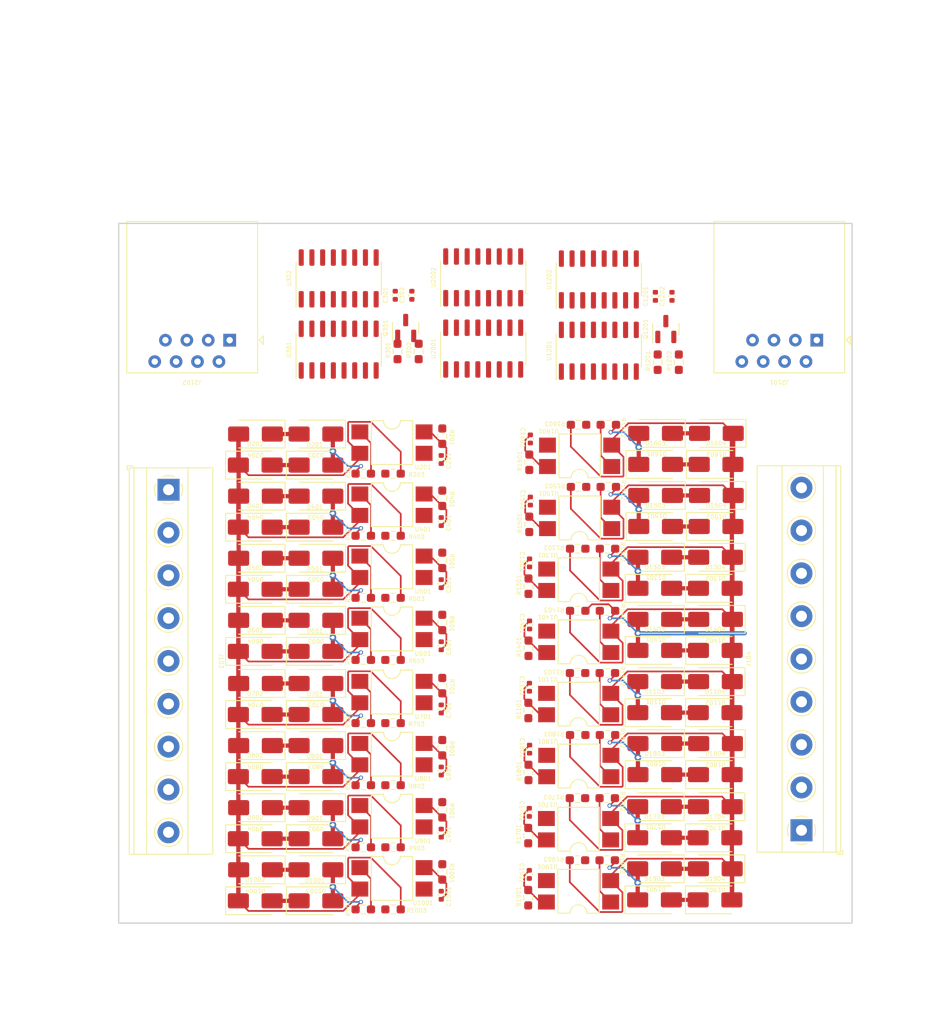
<source format=kicad_pcb>
(kicad_pcb (version 20221018) (generator pcbnew)
  (layers (0 "F.Cu" signal) (31 "B.Cu" signal) (34 "B.Paste" user) (35 "F.Paste" user) (36 "B.SilkS" user "B.Silkscreen") (37 "F.SilkS" user "F.Silkscreen") (38 "B.Mask" user) (39 "F.Mask" user) (44 "Edge.Cuts" user))
  (net 0 "")
  (net 1 "/CS1/CMOS")
  (net 2 "GND")
  (net 3 "VCC")
  (net 4 "/CS2/CMOS")
  (net 5 "/CS3/CMOS")
  (net 6 "/CS4/CMOS")
  (net 7 "/CS5/CMOS")
  (net 8 "/CS6/CMOS")
  (net 9 "/CS7/CMOS")
  (net 10 "/CS8/CMOS")
  (net 11 "/CS12/CMOS")
  (net 12 "/CS14/CMOS")
  (net 13 "/CS13/CMOS")
  (net 14 "/CS15/CMOS")
  (net 15 "/CS16/CMOS")
  (net 16 "/CS10/CMOS")
  (net 17 "/CS11/CMOS")
  (net 18 "/CS9/CMOS")
  (net 19 "Net-(D201-K)")
  (net 20 "/CS1/TRACK")
  (net 21 "COM")
  (net 22 "Net-(D203-A)")
  (net 23 "Net-(D401-K)")
  (net 24 "/CS2/TRACK")
  (net 25 "Net-(D403-A)")
  (net 26 "Net-(D501-K)")
  (net 27 "/CS3/TRACK")
  (net 28 "Net-(D503-A)")
  (net 29 "Net-(D601-K)")
  (net 30 "/CS4/TRACK")
  (net 31 "Net-(D603-A)")
  (net 32 "Net-(D701-K)")
  (net 33 "/CS5/TRACK")
  (net 34 "Net-(D703-A)")
  (net 35 "Net-(D801-K)")
  (net 36 "/CS6/TRACK")
  (net 37 "Net-(D803-A)")
  (net 38 "Net-(D901-K)")
  (net 39 "/CS7/TRACK")
  (net 40 "Net-(D903-A)")
  (net 41 "Net-(D1001-K)")
  (net 42 "/CS8/TRACK")
  (net 43 "Net-(D1003-A)")
  (net 44 "Net-(D1101-K)")
  (net 45 "/CS12/TRACK")
  (net 46 "Net-(D1103-A)")
  (net 47 "Net-(D1301-K)")
  (net 48 "/CS14/TRACK")
  (net 49 "Net-(D1303-A)")
  (net 50 "Net-(D1401-K)")
  (net 51 "/CS13/TRACK")
  (net 52 "Net-(D1403-A)")
  (net 53 "Net-(D1501-K)")
  (net 54 "/CS15/TRACK")
  (net 55 "Net-(D1503-A)")
  (net 56 "Net-(D1601-K)")
  (net 57 "/CS16/TRACK")
  (net 58 "Net-(D1603-A)")
  (net 59 "Net-(D1701-K)")
  (net 60 "/CS10/TRACK")
  (net 61 "Net-(D1703-A)")
  (net 62 "Net-(D1801-K)")
  (net 63 "/CS11/TRACK")
  (net 64 "Net-(D1803-A)")
  (net 65 "Net-(D1901-K)")
  (net 66 "/CS9/TRACK")
  (net 67 "Net-(D1903-A)")
  (net 68 "Net-(R202-Pad2)")
  (net 69 "Net-(R402-Pad2)")
  (net 70 "Net-(R502-Pad2)")
  (net 71 "Net-(R602-Pad2)")
  (net 72 "Net-(R702-Pad2)")
  (net 73 "Net-(R802-Pad2)")
  (net 74 "Net-(R902-Pad2)")
  (net 75 "Net-(R1002-Pad2)")
  (net 76 "Net-(R1102-Pad2)")
  (net 77 "Net-(R1302-Pad2)")
  (net 78 "Net-(R1402-Pad2)")
  (net 79 "Net-(R1502-Pad2)")
  (net 80 "Net-(R1602-Pad2)")
  (net 81 "Net-(R1702-Pad2)")
  (net 82 "Net-(R1802-Pad2)")
  (net 83 "Net-(R1902-Pad2)")
  (net 84 "/SR-latch1/Q4")
  (net 86 "/SR-latch1/Q2")
  (net 87 "/SR-latch1/Q3")
  (net 88 "/SR-latch1/Q1")
  (net 90 "/SR-latch1/Q6")
  (net 91 "/SR-latch1/Q7")
  (net 92 "/SR-latch1/Q5")
  (net 93 "/SR-latch2/Q4")
  (net 95 "/SR-latch2/Q2")
  (net 96 "/SR-latch2/Q3")
  (net 97 "/SR-latch2/Q1")
  (net 99 "/SR-latch2/Q6")
  (net 100 "/SR-latch2/Q7")
  (net 101 "/SR-latch2/Q5")
  (net 106 "/SR-latch1/Q8")
  (net 107 "/SR-latch2/Q8")
  (net 108 "/RJ45/DATA_IN")
  (net 109 "/RJ45/CLOCK")
  (net 110 "/RJ45/PL")
  (net 111 "/RESET")
  (net 114 "/RJ45/DATA_OUT")
  (net 115 "Net-(Q301-B)")
  (net 116 "Net-(Q301-C)")
  (net 117 "Net-(Q1201-B)")
  (net 118 "Net-(Q1201-C)")
  (net 119 "Net-(U2001-Q7)")
  (footprint "Diode_SMD:D_SMA" (layer "F.Cu") (at 227.3045 94.204 180)
    (fp_text reference "D1802")
    (fp_text value "SS53")
  )
  (footprint "custom_kicad_lib_sk:R_0603_smalltext" (layer "F.Cu") (at 194.88625 87.333 -90)
    (fp_text reference "R701")
    (fp_text value "10k")
  )
  (footprint "custom_kicad_lib_sk:R_0603_smalltext" (layer "F.Cu") (at 205.2065 60.835 90)
    (fp_text reference "R1601")
    (fp_text value "10k")
  )
  (footprint "custom_kicad_lib_sk:R_0603_smalltext" (layer "F.Cu") (at 189.04425 99.144)
    (fp_text reference "R803")
    (fp_text value "4k7")
  )
  (footprint "Diode_SMD:D_SMA" (layer "F.Cu") (at 227.2725 83.155)
    (fp_text reference "D1404")
    (fp_text value "SS53")
  )
  (footprint "custom_kicad_lib_sk:R_0603_smalltext" (layer "F.Cu") (at 192.085 47.692 90)
    (fp_text reference "R302")
    (fp_text value "100k")
  )
  (footprint "Package_DIP:SMDIP-4_W7.62mm" (layer "F.Cu") (at 188.91725 110.193)
    (fp_text reference "U1001")
    (fp_text value "EL814")
  )
  (footprint "Diode_SMD:D_SMA" (layer "F.Cu") (at 179.90025 90.762)
    (fp_text reference "D701")
    (fp_text value "SS53")
  )
  (footprint "custom_kicad_lib_sk:R_0603_smalltext" (layer "F.Cu") (at 185.51175 91.778)
    (fp_text reference "R702")
    (fp_text value "47R")
  )
  (footprint "custom_kicad_lib_sk:R_0603_smalltext" (layer "F.Cu") (at 185.51175 69.553)
    (fp_text reference "R402")
    (fp_text value "47R")
  )
  (footprint "Package_DIP:SMDIP-4_W7.62mm" (layer "F.Cu") (at 211.0805 96.871 180)
    (fp_text reference "U1801")
    (fp_text value "EL814")
  )
  (footprint "custom_kicad_lib_sk:R_0603_smalltext" (layer "F.Cu") (at 194.88625 65.108 -90)
    (fp_text reference "R401")
    (fp_text value "10k")
  )
  (footprint "custom_kicad_lib_sk:R_0603_smalltext" (layer "F.Cu") (at 185.51175 113.876)
    (fp_text reference "R1002")
    (fp_text value "47R")
  )
  (footprint "Package_DIP:SMDIP-4_W7.62mm" (layer "F.Cu") (at 211.0805 74.773 180)
    (fp_text reference "U1301")
    (fp_text value "EL814")
  )
  (footprint "custom_kicad_lib_sk:R_0603_smalltext" (layer "F.Cu") (at 189.04425 113.876)
    (fp_text reference "R1003")
    (fp_text value "4k7")
  )
  (footprint "Diode_SMD:D_SMA" (layer "F.Cu") (at 179.90025 83.269)
    (fp_text reference "D601")
    (fp_text value "SS53")
  )
  (footprint "custom_kicad_lib_sk:R_0603_smalltext" (layer "F.Cu") (at 205.0795 105.126 90)
    (fp_text reference "R1701")
    (fp_text value "10k")
  )
  (footprint "Package_DIP:SMDIP-4_W7.62mm" (layer "F.Cu") (at 188.91725 95.461)
    (fp_text reference "U801")
    (fp_text value "EL814")
  )
  (footprint "Package_DIP:SMDIP-4_W7.62mm" (layer "F.Cu") (at 211.0485 111.73 180)
    (fp_text reference "U1901")
    (fp_text value "EL814")
  )
  (footprint "Diode_SMD:D_SMA" (layer "F.Cu") (at 227.2565 90.537)
    (fp_text reference "D1104")
    (fp_text value "SS53")
  )
  (footprint "Diode_SMD:D_SMA" (layer "F.Cu") (at 220.0975 83.155)
    (fp_text reference "D1403")
    (fp_text value "SS53")
  )
  (footprint "Package_DIP:SMDIP-4_W7.62mm" (layer "F.Cu") (at 188.91725 73.236)
    (fp_text reference "U501")
    (fp_text value "EL814")
  )
  (footprint "Diode_SMD:D_SMA" (layer "F.Cu") (at 179.90025 105.494)
    (fp_text reference "D901")
    (fp_text value "SS53")
  )
  (footprint "custom_kicad_lib_sk:R_0603_smalltext" (layer "F.Cu") (at 210.9215 108.047 180)
    (fp_text reference "R1903")
    (fp_text value "4k7")
  )
  (footprint "Diode_SMD:D_SMA" (layer "F.Cu") (at 172.69325 68.537)
    (fp_text reference "D402")
    (fp_text value "SS53")
  )
  (footprint "Diode_SMD:D_SMA" (layer "F.Cu") (at 172.69325 98.128)
    (fp_text reference "D802")
    (fp_text value "SS53")
  )
  (footprint "Diode_SMD:D_SMA" (layer "F.Cu") (at 227.3045 72.106 180)
    (fp_text reference "D1302")
    (fp_text value "SS53")
  )
  (footprint "Diode_SMD:D_SMA" (layer "F.Cu") (at 172.69325 61.171)
    (fp_text reference "D202")
    (fp_text value "SS53")
  )
  (footprint "TerminalBlock_Phoenix:TerminalBlock_Phoenix_MKDS-1,5-9-5.08_1x09_P5.08mm_Horizontal" (layer "F.Cu") (at 237.4965 104.492 90)
    (fp_text reference "J104")
    (fp_text value "Screw_Terminal_01x09")
  )
  (footprint "custom_kicad_lib_sk:R_0603_smalltext" (layer "F.Cu") (at 214.581 56.39 180)
    (fp_text reference "R1602")
    (fp_text value "47R")
  )
  (footprint "custom_kicad_lib_sk:R_0603_smalltext" (layer "F.Cu") (at 214.486 71.09 180)
    (fp_text reference "R1302")
    (fp_text value "47R")
  )
  (footprint "Diode_SMD:D_SMA" (layer "F.Cu") (at 220.1925 61.089)
    (fp_text reference "D1603")
    (fp_text value "SS53")
  )
  (footprint "custom_kicad_lib_sk:R_0603_smalltext" (layer "F.Cu") (at 189.575 47.692 90)
    (fp_text reference "R301")
    (fp_text value "4k7")
  )
  (footprint "custom_kicad_lib_sk:R_0603_smalltext" (layer "F.Cu") (at 189.04425 91.778)
    (fp_text reference "R703")
    (fp_text value "4k7")
  )
  (footprint "Capacitor_SMD:C_0402_1005Metric" (layer "F.Cu") (at 194.75925 67.874 90)
    (fp_text reference "C401")
    (fp_text value "100nF")
  )
  (footprint "Diode_SMD:D_SMA" (layer "F.Cu") (at 179.90025 94.445 180)
    (fp_text reference "D803")
    (fp_text value "SS53")
  )
  (footprint "Capacitor_SMD:C_0402_1005Metric" (layer "F.Cu") (at 205.2385 80.135 -90)
    (fp_text reference "C1401")
    (fp_text value "100nF")
  )
  (footprint "Diode_SMD:D_SMA" (layer "F.Cu") (at 179.90025 72.22 180)
    (fp_text reference "D503")
    (fp_text value "SS53")
  )
  (footprint "Diode_SMD:D_SMA" (layer "F.Cu") (at 220.0655 112.746)
    (fp_text reference "D1903")
    (fp_text value "SS53")
  )
  (footprint "Diode_SMD:D_SMA" (layer "F.Cu") (at 220.0975 97.887)
    (fp_text reference "D1803")
    (fp_text value "SS53")
  )
  (footprint "custom_kicad_lib_sk:R_0603_smalltext" (layer "F.Cu") (at 214.47 85.838 180)
    (fp_text reference "R1102")
    (fp_text value "47R")
  )
  (footprint "Diode_SMD:D_SMA" (layer "F.Cu") (at 227.2725 101.697 180)
    (fp_text reference "D1702")
    (fp_text value "SS53")
  )
  (footprint "Diode_SMD:D_SMA" (layer "F.Cu") (at 172.69325 112.86)
    (fp_text reference "D1002")
    (fp_text value "SS53")
  )
  (footprint "Diode_SMD:D_SMA" (layer "F.Cu") (at 179.90025 112.86)
    (fp_text reference "D1001")
    (fp_text value "SS53")
  )
  (footprint "Diode_SMD:D_SMA" (layer "F.Cu") (at 172.72525 94.445 180)
    (fp_text reference "D804")
    (fp_text value "SS53")
  )
  (footprint "Package_DIP:SMDIP-4_W7.62mm" (layer "F.Cu") (at 188.91725 65.87)
    (fp_text reference "U401")
    (fp_text value "EL814")
  )
  (footprint "Diode_SMD:D_SMA" (layer "F.Cu") (at 179.90025 98.128)
    (fp_text reference "D801")
    (fp_text value "SS53")
  )
  (footprint "Diode_SMD:D_SMA" (layer "F.Cu") (at 220.0975 94.204 180)
    (fp_text reference "D1801")
    (fp_text value "SS53")
  )
  (footprint "custom_kicad_lib_sk:R_0603_smalltext" (layer "F.Cu") (at 185.51175 84.285)
    (fp_text reference "R602")
    (fp_text value "47R")
  )
  (footprint "Capacitor_SMD:C_0402_1005Metric" (layer "F.Cu") (at 205.2065 109.726 -90)
    (fp_text reference "C1901")
    (fp_text value "100nF")
  )
  (footprint "Diode_SMD:D_SMA" (layer "F.Cu") (at 227.3675 61.089)
    (fp_text reference "D1604")
    (fp_text value "SS53")
  )
  (footprint "custom_kicad_lib_sk:R_0603_smalltext" (layer "F.Cu") (at 205.1115 75.535 90)
    (fp_text reference "R1301")
    (fp_text value "10k")
  )
  (footprint "Package_DIP:SMDIP-4_W7.62mm" (layer "F.Cu") (at 211.1755 60.073 180)
    (fp_text reference "U1601")
    (fp_text value "EL814")
  )
  (footprint "Package_DIP:SMDIP-4_W7.62mm" (layer "F.Cu") (at 211.1755 67.439 180)
    (fp_text reference "U1501")
    (fp_text value "EL814")
  )
  (footprint "Diode_SMD:D_SMA" (layer "F.Cu") (at 227.2725 97.887)
    (fp_text reference "D1804")
    (fp_text value "SS53")
  )
  (footprint "custom_kicad_lib_sk:R_0603_smalltext" (layer "F.Cu") (at 222.946 48.9635 90)
    (fp_text reference "R1202")
    (fp_text value "100k")
  )
  (footprint "Capacitor_SMD:C_0402_1005Metric" (layer "F.Cu") (at 205.3335 65.435 -90)
    (fp_text reference "C1501")
    (fp_text value "100nF")
  )
  (footprint "custom_kicad_lib_sk:R_0603_smalltext" (layer "F.Cu") (at 211.0485 56.39 180)
    (fp_text reference "R1603")
    (fp_text value "4k7")
  )
  (footprint "custom_kicad_lib_sk:R_0603_smalltext" (layer "F.Cu") (at 214.486 93.188 180)
    (fp_text reference "R1802")
    (fp_text value "47R")
  )
  (footprint "Diode_SMD:D_SMA" (layer "F.Cu") (at 220.0655 105.38)
    (fp_text reference "D1703")
    (fp_text value "SS53")
  )
  (footprint "custom_kicad_lib_sk:R_0603_smalltext" (layer "F.Cu") (at 210.9535 78.456 180)
    (fp_text reference "R1403")
    (fp_text value "4k7")
  )
  (footprint "Diode_SMD:D_SMA" (layer "F.Cu") (at 220.1925 57.406 180)
    (fp_text reference "D1601")
    (fp_text value "SS53")
  )
  (footprint "Package_TO_SOT_SMD:SOT-23" (layer "F.Cu") (at 221.406 45.032 90)
    (fp_text reference "Q1201")
    (fp_text value "BC847")
  )
  (footprint "Diode_SMD:D_SMA" (layer "F.Cu") (at 220.0975 72.106 180)
    (fp_text reference "D1301")
    (fp_text value "SS53")
  )
  (footprint "custom_kicad_lib_sk:R_0603_smalltext" (layer "F.Cu") (at 210.9215 100.681 180)
    (fp_text reference "R1703")
    (fp_text value "4k7")
  )
  (footprint "Capacitor_SMD:C_0402_1005Metric" (layer "F.Cu") (at 194.75925 97.465 90)
    (fp_text reference "C801")
    (fp_text value "100nF")
  )
  (footprint "Capacitor_SMD:C_0402_1005Metric" (layer "F.Cu") (at 205.2385 72.769 -90)
    (fp_text reference "C1301")
    (fp_text value "100nF")
  )
  (footprint "Diode_SMD:D_SMA" (layer "F.Cu") (at 227.3675 68.455)
    (fp_text reference "D1504")
    (fp_text value "SS53")
  )
  (footprint "custom_kicad_lib_sk:R_0603_smalltext" (layer "F.Cu") (at 210.9375 85.838 180)
    (fp_text reference "R1103")
    (fp_text value "4k7")
  )
  (footprint "Diode_SMD:D_SMA" (layer "F.Cu") (at 227.2405 105.38)
    (fp_text reference "D1704")
    (fp_text value "SS53")
  )
  (footprint "MountingHole:MountingHole_3.2mm_M3" (layer "F.Cu") (at 160 57)
    (fp_text reference "REF**" hide)
    (fp_text value "MountingHole_3.2mm_M3")
  )
  (footprint "custom_kicad_lib_sk:R_0603_smalltext" (layer "F.Cu") (at 214.581 63.756 180)
    (fp_text reference "R1502")
    (fp_text value "47R")
  )
  (footprint "Capacitor_SMD:C_0402_1005Metric" (layer "F.Cu") (at 205.2385 94.867 -90)
    (fp_text reference "C1801")
    (fp_text value "100nF")
  )
  (footprint "Capacitor_SMD:C_0402_1005Metric" (layer "F.Cu") (at 205.2225 87.517 -90)
    (fp_text reference "C1101")
    (fp_text value "100nF")
  )
  (footprint "Diode_SMD:D_SMA" (layer "F.Cu") (at 220.0975 75.789)
    (fp_text reference "D1303")
    (fp_text value "SS53")
  )
  (footprint "Connector_RJ:RJ45_Amphenol_54602-x08_Horizontal" (layer "F.Cu") (at 169.66 46.354 180)
    (fp_text reference "J2102")
    (fp_text value "RJ45")
  )
  (footprint "Capacitor_SMD:C_0402_1005Metric" (layer "F.Cu") (at 189.305 41.025 90)
    (fp_text reference "C301")
    (fp_text value "100nF")
  )
  (footprint "Diode_SMD:D_SMA" (layer "F.Cu") (at 220.1925 64.772 180)
    (fp_text reference "D1501")
    (fp_text value "SS53")
  )
  (footprint "Package_SO:SOIC-16_3.9x9.9mm_P1.27mm" (layer "F.Cu") (at 213.456 39.152 90)
    (fp_text reference "U1202")
    (fp_text value "~")
  )
  (footprint "custom_kicad_lib_sk:R_0603_smalltext" (layer "F.Cu") (at 189.04425 76.919)
    (fp_text reference "R503")
    (fp_text value "4k7")
  )
  (footprint "MountingHole:MountingHole_3.2mm_M3" (layer "F.Cu") (at 240 57)
    (fp_text reference "REF**" hide)
    (fp_text value "MountingHole_3.2mm_M3")
  )
  (footprint "Diode_SMD:D_SMA" (layer "F.Cu") (at 172.69325 75.903)
    (fp_text reference "D502")
    (fp_text value "SS53")
  )
  (footprint "Capacitor_SMD:C_0402_1005Metric" (layer "F.Cu") (at 194.75925 104.831 90)
    (fp_text reference "C901")
    (fp_text value "100nF")
  )
  (footprint "Diode_SMD:D_SMA" (layer "F.Cu") (at 179.90025 68.537)
    (fp_text reference "D401")
    (fp_text value "SS53")
  )
  (footprint "Diode_SMD:D_SMA" (layer "F.Cu") (at 179.90025 61.171)
    (fp_text reference "D201")
    (fp_text value "SS53")
  )
  (footprint "Diode_SMD:D_SMA" (layer "F.Cu") (at 179.90025 64.854 180)
    (fp_text reference "D403")
    (fp_text value "SS53")
  )
  (footprint "custom_kicad_lib_sk:R_0603_smalltext" (layer "F.Cu") (at 214.486 78.456 180)
    (fp_text reference "R1402")
    (fp_text value "47R")
  )
  (footprint "Diode_SMD:D_SMA" (layer "F.Cu") (at 179.90025 75.903)
    (fp_text reference "D501")
    (fp_text value "SS53")
  )
  (footprint "Diode_SMD:D_SMA" (layer "F.Cu") (at 227.2725 75.789)
    (fp_text reference "D1304")
    (fp_text value "SS53")
  )
  (footprint "TerminalBlock_Phoenix:TerminalBlock_Phoenix_MKDS-1,5-9-5.08_1x09_P5.08mm_Horizontal" (layer "F.Cu") (at 162.40725 64.093 -90)
    (fp_text reference "J103")
    (fp_text value "Screw_Terminal_01x09")
  )
  (footprint "Capacitor_SMD:C_0402_1005Metric" (layer "F.Cu") (at 194.75925 112.197 90)
    (fp_text reference "C1001")
    (fp_text value "100nF")
  )
  (footprint "Diode_SMD:D_SMA" (layer "F.Cu") (at 227.3045 79.472 180)
    (fp_text reference "D1402")
    (fp_text value "SS53")
  )
  (footprint "Diode_SMD:D_SMA" (layer "F.Cu") (at 179.90025 57.488 180)
    (fp_text reference "D203")
    (fp_text value "SS53")
  )
  (footprint "custom_kicad_lib_sk:R_0603_smalltext" (layer "F.Cu") (at 194.88625 57.742 -90)
    (fp_text reference "R201")
    (fp_text value "10k")
  )
  (footprint "Package_TO_SOT_SMD:SOT-23" (layer "F.Cu") (at 190.545 44.905 90)
    (fp_text reference "Q301")
    (fp_text value "BC847")
  )
  (footprint "custom_kicad_lib_sk:R_0603_smalltext" (layer "F.Cu") (at 220.436 48.9635 90)
    (fp_text reference "R1201")
    (fp_text value "4k7")
  )
  (footprint "custom_kicad_lib_sk:R_0603_smalltext" (layer "F.Cu") (at 189.04425 62.187)
    (fp_text reference "R203")
    (fp_text value "4k7")
  )
  (footprint "Diode_SMD:D_SMA" (layer "F.Cu") (at 172.72525 87.079 180)
    (fp_text reference "D704")
    (fp_text value "SS53")
  )
  (footprint "custom_kicad_lib_sk:R_0603_smalltext" (layer "F.Cu") (at 210.9535 71.09 180)
    (fp_text reference "R1303")
    (fp_text value "4k7")
  )
  (footprint "custom_kicad_lib_sk:R_0603_smalltext" (layer "F.Cu") (at 189.04425 69.553)
    (fp_text reference "R403")
    (fp_text value "4k7")
  )
  (footprint "Package_SO:SOIC-16_3.9x9.9mm_P1.27mm" (layer "F.Cu") (at 213.456 47.602 90)
    (fp_text reference "U1201")
    (fp_text value "~")
  )
  (footprint "custom_kicad_lib_sk:R_0603_smalltext" (layer "F.Cu") (at 194.88625 94.699 -90)
    (fp_text reference "R801")
    (fp_text value "10k")
  )
  (footprint "Diode_SMD:D_SMA" (layer "F.Cu") (at 172.72525 79.586 180)
    (fp_text reference "D604")
    (fp_text value "SS53")
  )
  (footprint "Package_DIP:SMDIP-4_W7.62mm" (layer "F.Cu") (at 188.91725 58.504)
    (fp_text reference "U201")
    (fp_text value "EL814")
  )
  (footprint "custom_kicad_lib_sk:R_0603_smalltext" (layer "F.Cu") (at 185.51175 62.187)
    (fp_text reference "R202")
    (fp_text value "47R")
  )
  (footprint "Package_DIP:SMDIP-4_W7.62mm" (layer "F.Cu") (at 211.0485 104.364 180)
    (fp_text reference "U1701")
    (fp_text value "EL814")
  )
  (footprint "Diode_SMD:D_SMA" (layer "F.Cu") (at 179.90025 79.586 180)
    (fp_text reference "D603")
    (fp_text value "SS53")
  )
  (footprint "Package_DIP:SMDIP-4_W7.62mm" (layer "F.Cu") (at 211.0805 82.139 180)
    (fp_text reference "U1401")
    (fp_text value "EL814")
  )
  (footprint "custom_kicad_lib_sk:R_0603_smalltext" (layer "F.Cu") (at 205.1115 82.901 90)
    (fp_text reference "R1401")
    (fp_text value "10k")
  )
  (footprint "Package_DIP:SMDIP-4_W7.62mm" (layer "F.Cu") (at 211.0645 89.521 180)
    (fp_text reference "U1101")
    (fp_text value "EL814")
  )
  (footprint "custom_kicad_lib_sk:R_0603_smalltext" (layer "F.Cu") (at 211.0485 63.756 180)
    (fp_text reference "R1503")
    (fp_text value "4k7")
  )
  (footprint "Package_SO:SOIC-16_3.9x9.9mm_P1.27mm" (layer "F.Cu") (at 182.595 47.475 90)
    (fp_text reference "U301")
    (fp_text value "~")
  )
  (footprint "Diode_SMD:D_SMA" (layer "F.Cu") (at 220.0815 90.537)
    (fp_text reference "D1103")
    (fp_text value "SS53")
  )
  (footprint "custom_kicad_lib_sk:R_0603_smalltext" (layer "F.Cu") (at 194.88625 72.474 -90)
    (fp_text reference "R501")
    (fp_text value "10k")
  )
  (footprint "Capacitor_SMD:C_0402_1005Metric" (layer "F.Cu") (at 194.75925 60.508 90)
    (fp_text reference "C201")
    (fp_text value "100nF")
  )
  (footprint "Diode_SMD:D_SMA" (layer "F.Cu") (at 227.2405 112.746)
    (fp_text reference "D1904")
    (fp_text value "SS53")
  )
  (footprint "Diode_SMD:D_SMA" (layer "F.Cu") (at 172.69325 83.269)
    (fp_text reference "D602")
    (fp_text value "SS53")
  )
  (footprint "Package_DIP:SMDIP-4_W7.62mm" (layer "F.Cu") (at 188.91725 80.602)
    (fp_text reference "U601")
    (fp_text value "EL814")
  )
  (footprint "Connector_RJ:RJ45_Amphenol_54602-x08_Horizontal" (layer "F.Cu") (at 239.31 46.35 180)
    (fp_text reference "J2101")
    (fp_text value "RJ45")
  )
  (footprint "Capacitor_SMD:C_0402_1005Metric" (layer "F.Cu") (at 194.75925 90.099 90)
    (fp_text reference "C701")
    (fp_text value "100nF")
  )
  (footprint "custom_kicad_lib_sk:R_0603_smalltext" (layer "F.Cu") (at 189.04425 84.285)
    (fp_text reference "R603")
    (fp_text value "4k7")
  )
  (footprint "Diode_SMD:D_SMA" (layer "F.Cu") (at 220.0975 79.472 180)
    (fp_text reference "D1401")
    (fp_text value "SS53")
  )
  (footprint "custom_kicad_lib_sk:R_0603_smalltext" (layer "F.Cu") (at 210.9535 93.188 180)
    (fp_text reference "R1803")
    (fp_text value "4k7")
  )
  (footprint "Capacitor_SMD:C_0402_1005Metric" (layer "F.Cu") (at 222.136 41.152 90)
    (fp_text reference "C1202")
    (fp_text value "100nF")
  )
  (footprint "Diode_SMD:D_SMA" (layer "F.Cu") (at 220.1925 68.455)
    (fp_text reference "D1503")
    (fp_text value "SS53")
  )
  (footprint "Capacitor_SMD:C_0402_1005Metric" (layer "F.Cu") (at 220.166 41.152 90)
    (fp_text reference "C1201")
    (fp_text value "100nF")
  )
  (footprint "MountingHole:MountingHole_3.2mm_M3" (layer "F.Cu") (at 240 112)
    (fp_text reference "REF**" hide)
    (fp_text value "MountingHole_3.2mm_M3")
  )
  (footprint "custom_kicad_lib_sk:R_0603_smalltext" (layer "F.Cu") (at 194.88625 109.431 -90)
    (fp_text reference "R1001")
    (fp_text value "10k")
  )
  (footprint "custom_kicad_lib_sk:R_0603_smalltext" (layer "F.Cu") (at 194.88625 102.065 -90)
    (fp_text reference "R901")
    (fp_text value "10k")
  )
  (footprint "custom_kicad_lib_sk:R_0603_smalltext" (layer "F.Cu") (at 194.88625 79.84 -90)
    (fp_text reference "R601")
    (fp_text value "10k")
  )
  (footprint "Diode_SMD:D_SMA" (layer "F.Cu") (at 172.72525 57.488 180)
    (fp_text reference "D204")
    (fp_text value "SS53")
  )
  (footprint "Diode_SMD:D_SMA" (layer "F.Cu") (at 179.90025 109.177 180)
    (fp_text reference "D1003")
    (fp_text value "SS53")
  )
  (footprint "Diode_SMD:D_SMA" (layer "F.Cu") (at 220.0655 109.063 180)
    (fp_text reference "D1901")
    (fp_text value "SS53")
  )
  (footprint "Diode_SMD:D_SMA" (layer "F.Cu") (at 227.2885 86.854 180)
    (fp_text reference "D1102")
    (fp_text value "SS53")
  )
  (footprint "custom_kicad_lib_sk:R_0603_smalltext" (layer "F.Cu") (at 214.454 100.681 180)
    (fp_text reference "R1702")
    (fp_text value "47R")
  )
  (footprint "Package_DIP:SMDIP-4_W7.62mm" (layer "F.Cu") (at 188.91725 102.827)
    (fp_text reference "U901")
    (fp_text value "EL814")
  )
  (footprint "custom_kicad_lib_sk:R_0603_smalltext" (layer "F.Cu") (at 205.2065 68.201 90)
    (fp_text reference "R1501")
    (fp_text value "10k")
  )
  (footprint "custom_kicad_lib_sk:R_0603_smalltext" (layer "F.Cu") (at 205.1115 97.633 90)
    (fp_text reference "R1801")
    (fp_text value "10k")
  )
  (footprint "Capacitor_SMD:C_0402_1005Metric" (layer "F.Cu") (at 194.75925 75.24 90)
    (fp_text reference "C501")
    (fp_text value "100nF")
  )
  (footprint "Diode_SMD:D_SMA" (layer "F.Cu") (at 179.90025 87.079 180)
    (fp_text reference "D703")
    (fp_text value "SS53")
  )
  (footprint "custom_kicad_lib_sk:R_0603_smalltext" (layer "F.Cu") (at 205.0955 90.283 90)
    (fp_text reference "R1101")
    (fp_text value "10k")
  )
  (footprint "Diode_SMD:D_SMA" (layer "F.Cu") (at 172.72525 101.811 180)
    (fp_text reference "D904")
    (fp_text value "SS53")
  )
  (footprint "custom_kicad_lib_sk:R_0603_smalltext" (layer "F.Cu") (at 214.454 108.047 180)
    (fp_text reference "R1902")
    (fp_text value "47R")
  )
  (footprint "Diode_SMD:D_SMA" (layer "F.Cu") (at 220.0815 86.854 180)
    (fp_text reference "D1101")
    (fp_text value "SS53")
  )
  (footprint "custom_kicad_lib_sk:R_0603_smalltext" (layer "F.Cu") (at 205.0795 112.492 90)
    (fp_text reference "R1901")
    (fp_text value "10k")
  )
  (footprint "Diode_SMD:D_SMA" (layer "F.Cu") (at 172.72525 72.22 180)
    (fp_text reference "D504")
    (fp_text value "SS53")
  )
  (footprint "Diode_SMD:D_SMA" (layer "F.Cu") (at 172.72525 109.177 180)
    (fp_text reference "D1004")
    (fp_text value "SS53")
  )
  (footprint "Diode_SMD:D_SMA" (layer "F.Cu") (at 172.69325 105.494)
    (fp_text reference "D902")
    (fp_text value "SS53")
  )
  (footprint "custom_kicad_lib_sk:R_0603_smalltext" (layer "F.Cu") (at 189.04425 106.51)
    (fp_text reference "R903")
    (fp_text value "4k7")
  )
  (footprint "Diode_SMD:D_SMA" (layer "F.Cu") (at 227.3995 64.772 180)
    (fp_text reference "D1502")
    (fp_text value "SS53")
  )
  (footprint "Diode_SMD:D_SMA" (layer "F.Cu") (at 220.0655 101.697 180)
    (fp_text reference "D1701")
    (fp_text value "SS53")
  )
  (footprint "custom_kicad_lib_sk:R_0603_smalltext" (layer "F.Cu") (at 185.51175 106.51)
    (fp_text reference "R902")
    (fp_text value "47R")
  )
  (footprint "Package_SO:SOIC-16_3.9x9.9mm_P1.27mm" (layer "F.Cu") (at 182.595 39.025 90)
    (fp_text reference "U302")
    (fp_text value "~")
  )
  (footprint "custom_kicad_lib_sk:R_0603_smalltext" (layer "F.Cu") (at 185.51175 99.144)
    (fp_text reference "R802")
    (fp_text value "47R")
  )
  (footprint "MountingHole:MountingHole_3.2mm_M3" (layer "F.Cu") (at 160 112)
    (fp_text reference "REF**" hide)
    (fp_text value "MountingHole_3.2mm_M3")
  )
  (footprint "Capacitor_SMD:C_0402_1005Metric" (layer "F.Cu") (at 205.3335 58.069 -90)
    (fp_text reference "C1601")
    (fp_text value "100nF")
  )
  (footprint "Diode_SMD:D_SMA" (layer "F.Cu") (at 227.3995 57.406 180)
    (fp_text reference "D1602")
    (fp_text value "SS53")
  )
  (footprint "Diode_SMD:D_SMA" (layer "F.Cu") (at 172.72525 64.854 180)
    (fp_text reference "D404")
    (fp_text value "SS53")
  )
  (footprint "Package_SO:SOIC-16_3.9x9.9mm_P1.27mm" (layer "F.Cu") (at 199.74 47.351 90)
    (fp_text reference "U2001")
    (fp_text value "4014")
  )
  (footprint "Capacitor_SMD:C_0402_1005Metric" (layer "F.Cu") (at 194.75925 82.606 90)
    (fp_text reference "C601")
    (fp_text value "100nF")
  )
  (footprint "custom_kicad_lib_sk:R_0603_smalltext" (layer "F.Cu") (at 185.51175 76.919)
    (fp_text reference "R502")
    (fp_text value "47R")
  )
  (footprint "Package_DIP:SMDIP-4_W7.62mm" (layer "F.Cu") (at 188.91725 88.095)
    (fp_text reference "U701")
    (fp_text value "EL814")
  )
  (footprint "Diode_SMD:D_SMA" (layer "F.Cu") (at 227.2725 109.063 180)
    (fp_text reference "D1902")
    (fp_text value "SS53")
  )
  (footprint "Capacitor_SMD:C_0402_1005Metric" (layer "F.Cu") (at 205.2065 102.36 -90)
    (fp_text reference "C1701")
    (fp_text value "100nF")
  )
  (footprint "Package_SO:SOIC-16_3.9x9.9mm_P1.27mm" (layer "F.Cu") (at 199.74 38.901 90)
    (fp_text reference "U2002")
    (fp_text value "4014")
  )
  (footprint "Diode_SMD:D_SMA" (layer "F.Cu") (at 172.69325 90.762)
    (fp_text reference "D702")
    (fp_text value "SS53")
  )
  (footprint "Capacitor_SMD:C_0402_1005Metric" (layer "F.Cu") (at 191.275 41.025 90)
    (fp_text reference "C302")
    (fp_text value "100nF")
  )
  (footprint "Diode_SMD:D_SMA" (layer "F.Cu") (at 179.90025 101.811 180)
    (fp_text reference "D903")
    (fp_text value "SS53")
  )
  (gr_rect (start 156.5 32.5) (end 243.5 115.5) (stroke (width 0.15)) (fill none) (layer "Edge.Cuts"))
  (segment (start 194.75925 60.988) (end 194.75925 60.960254) (width 0.2) (layer "F.Cu") (net 1))
  (segment (start 195.36925 59.1375) (end 194.88625 58.6545) (width 0.2) (layer "F.Cu") (net 1))
  (segment (start 194.75925 60.960254) (end 195.36925 60.350254) (width 0.2) (layer "F.Cu") (net 1))
  (segment (start 193.46575 57.234) (end 194.88625 58.6545) (width 0.2) (layer "F.Cu") (net 1))
  (segment (start 195.36925 60.350254) (end 195.36925 59.1375) (width 0.2) (layer "F.Cu") (net 1))
  (segment (start 192.72725 57.234) (end 193.46575 57.234) (width 0.2) (layer "F.Cu") (net 1))
  (segment (start 192.72725 64.6) (end 193.46575 64.6) (width 0.2) (layer "F.Cu") (net 4))
  (segment (start 195.36925 66.5035) (end 194.88625 66.0205) (width 0.2) (layer "F.Cu") (net 4))
  (segment (start 194.75925 68.326254) (end 195.36925 67.716254) (width 0.2) (layer "F.Cu") (net 4))
  (segment (start 195.36925 67.716254) (end 195.36925 66.5035) (width 0.2) (layer "F.Cu") (net 4))
  (segment (start 194.75925 68.354) (end 194.75925 68.326254) (width 0.2) (layer "F.Cu") (net 4))
  (segment (start 193.46575 64.6) (end 194.88625 66.0205) (width 0.2) (layer "F.Cu") (net 4))
  (segment (start 195.36925 75.082254) (end 195.36925 73.8695) (width 0.2) (layer "F.Cu") (net 5))
  (segment (start 192.72725 71.966) (end 193.46575 71.966) (width 0.2) (layer "F.Cu") (net 5))
  (segment (start 194.75925 75.692254) (end 195.36925 75.082254) (width 0.2) (layer "F.Cu") (net 5))
  (segment (start 193.46575 71.966) (end 194.88625 73.3865) (width 0.2) (layer "F.Cu") (net 5))
  (segment (start 194.75925 75.72) (end 194.75925 75.692254) (width 0.2) (layer "F.Cu") (net 5))
  (segment (start 195.36925 73.8695) (end 194.88625 73.3865) (width 0.2) (layer "F.Cu") (net 5))
  (segment (start 195.36925 82.448254) (end 195.36925 81.2355) (width 0.2) (layer "F.Cu") (net 6))
  (segment (start 193.46575 79.332) (end 194.88625 80.7525) (width 0.2) (layer "F.Cu") (net 6))
  (segment (start 195.36925 81.2355) (end 194.88625 80.7525) (width 0.2) (layer "F.Cu") (net 6))
  (segment (start 194.75925 83.086) (end 194.75925 83.058254) (width 0.2) (layer "F.Cu") (net 6))
  (segment (start 192.72725 79.332) (end 193.46575 79.332) (width 0.2) (layer "F.Cu") (net 6))
  (segment (start 194.75925 83.058254) (end 195.36925 82.448254) (width 0.2) (layer "F.Cu") (net 6))
  (segment (start 192.72725 86.825) (end 193.46575 86.825) (width 0.2) (layer "F.Cu") (net 7))
  (segment (start 194.75925 90.579) (end 194.75925 90.551254) (width 0.2) (layer "F.Cu") (net 7))
  (segment (start 193.46575 86.825) (end 194.88625 88.2455) (width 0.2) (layer "F.Cu") (net 7))
  (segment (start 194.75925 90.551254) (end 195.36925 89.941254) (width 0.2) (layer "F.Cu") (net 7))
  (segment (start 195.36925 89.941254) (end 195.36925 88.7285) (width 0.2) (layer "F.Cu") (net 7))
  (segment (start 195.36925 88.7285) (end 194.88625 88.2455) (width 0.2) (layer "F.Cu") (net 7))
  (segment (start 194.75925 97.945) (end 194.75925 97.917254) (width 0.2) (layer "F.Cu") (net 8))
  (segment (start 194.75925 97.917254) (end 195.36925 97.307254) (width 0.2) (layer "F.Cu") (net 8))
  (segment (start 193.46575 94.191) (end 194.88625 95.6115) (width 0.2) (layer "F.Cu") (net 8))
  (segment (start 195.36925 96.0945) (end 194.88625 95.6115) (width 0.2) (layer "F.Cu") (net 8))
  (segment (start 195.36925 97.307254) (end 195.36925 96.0945) (width 0.2) (layer "F.Cu") (net 8))
  (segment (start 192.72725 94.191) (end 193.46575 94.191) (width 0.2) (layer "F.Cu") (net 8))
  (segment (start 195.36925 104.673254) (end 195.36925 103.4605) (width 0.2) (layer "F.Cu") (net 9))
  (segment (start 193.46575 101.557) (end 194.88625 102.9775) (width 0.2) (layer "F.Cu") (net 9))
  (segment (start 194.75925 105.283254) (end 195.36925 104.673254) (width 0.2) (layer "F.Cu") (net 9))
  (segment (start 194.75925 105.311) (end 194.75925 105.283254) (width 0.2) (layer "F.Cu") (net 9))
  (segment (start 192.72725 101.557) (end 193.46575 101.557) (width 0.2) (layer "F.Cu") (net 9))
  (segment (start 195.36925 103.4605) (end 194.88625 102.9775) (width 0.2) (layer "F.Cu") (net 9))
  (segment (start 194.75925 112.649254) (end 195.36925 112.039254) (width 0.2) (layer "F.Cu") (net 10))
  (segment (start 194.75925 112.677) (end 194.75925 112.649254) (width 0.2) (layer "F.Cu") (net 10))
  (segment (start 195.36925 110.8265) (end 194.88625 110.3435) (width 0.2) (layer "F.Cu") (net 10))
  (segment (start 195.36925 112.039254) (end 195.36925 110.8265) (width 0.2) (layer "F.Cu") (net 10))
  (segment (start 192.72725 108.923) (end 193.46575 108.923) (width 0.2) (layer "F.Cu") (net 10))
  (segment (start 193.46575 108.923) (end 194.88625 110.3435) (width 0.2) (layer "F.Cu") (net 10))
  (segment (start 207.2545 90.791) (end 206.516 90.791) (width 0.2) (layer "F.Cu") (net 11))
  (segment (start 204.6125 87.674746) (end 204.6125 88.8875) (width 0.2) (layer "F.Cu") (net 11))
  (segment (start 204.6125 88.8875) (end 205.0955 89.3705) (width 0.2) (layer "F.Cu") (net 11))
  (segment (start 205.2225 87.037) (end 205.2225 87.064746) (width 0.2) (layer "F.Cu") (net 11))
  (segment (start 206.516 90.791) (end 205.0955 89.3705) (width 0.2) (layer "F.Cu") (net 11))
  (segment (start 205.2225 87.064746) (end 204.6125 87.674746) (width 0.2) (layer "F.Cu") (net 11))
  (segment (start 204.6285 74.1395) (end 205.1115 74.6225) (width 0.2) (layer "F.Cu") (net 12))
  (segment (start 207.2705 76.043) (end 206.532 76.043) (width 0.2) (layer "F.Cu") (net 12))
  (segment (start 204.6285 72.926746) (end 204.6285 74.1395) (width 0.2) (layer "F.Cu") (net 12))
  (segment (start 206.532 76.043) (end 205.1115 74.6225) (width 0.2) (layer "F.Cu") (net 12))
  (segment (start 205.2385 72.289) (end 205.2385 72.316746) (width 0.2) (layer "F.Cu") (net 12))
  (segment (start 205.2385 72.316746) (end 204.6285 72.926746) (width 0.2) (layer "F.Cu") (net 12))
  (segment (start 206.532 83.409) (end 205.1115 81.9885) (width 0.2) (layer "F.Cu") (net 13))
  (segment (start 204.6285 80.292746) (end 204.6285 81.5055) (width 0.2) (layer "F.Cu") (net 13))
  (segment (start 204.6285 81.5055) (end 205.1115 81.9885) (width 0.2) (layer "F.Cu") (net 13))
  (segment (start 207.2705 83.409) (end 206.532 83.409) (width 0.2) (layer "F.Cu") (net 13))
  (segment (start 205.2385 79.682746) (end 204.6285 80.292746) (width 0.2) (layer "F.Cu") (net 13))
  (segment (start 205.2385 79.655) (end 205.2385 79.682746) (width 0.2) (layer "F.Cu") (net 13))
  (segment (start 204.7235 65.592746) (end 204.7235 66.8055) (width 0.2) (layer "F.Cu") (net 14))
  (segment (start 204.7235 66.8055) (end 205.2065 67.2885) (width 0.2) (layer "F.Cu") (net 14))
  (segment (start 207.3655 68.709) (end 206.627 68.709) (width 0.2) (layer "F.Cu") (net 14))
  (segment (start 206.627 68.709) (end 205.2065 67.2885) (width 0.2) (layer "F.Cu") (net 14))
  (segment (start 205.3335 64.955) (end 205.3335 64.982746) (width 0.2) (layer "F.Cu") (net 14))
  (segment (start 205.3335 64.982746) (end 204.7235 65.592746) (width 0.2) (layer "F.Cu") (net 14))
  (segment (start 205.3335 57.616746) (end 204.7235 58.226746) (width 0.2) (layer "F.Cu") (net 15))
  (segment (start 204.7235 59.4395) (end 205.2065 59.9225) (width 0.2) (layer "F.Cu") (net 15))
  (segment (start 206.627 61.343) (end 205.2065 59.9225) (width 0.2) (layer "F.Cu") (net 15))
  (segment (start 207.3655 61.343) (end 206.627 61.343) (width 0.2) (layer "F.Cu") (net 15))
  (segment (start 204.7235 58.226746) (end 204.7235 59.4395) (width 0.2) (layer "F.Cu") (net 15))
  (segment (start 205.3335 57.589) (end 205.3335 57.616746) (width 0.2) (layer "F.Cu") (net 15))
  (segment (start 204.5965 103.7305) (end 205.0795 104.2135) (width 0.2) (layer "F.Cu") (net 16))
  (segment (start 206.5 105.634) (end 205.0795 104.2135) (width 0.2) (layer "F.Cu") (net 16))
  (segment (start 205.2065 101.88) (end 205.2065 101.907746) (width 0.2) (layer "F.Cu") (net 16))
  (segment (start 205.2065 101.907746) (end 204.5965 102.517746) (width 0.2) (layer "F.Cu") (net 16))
  (segment (start 204.5965 102.517746) (end 204.5965 103.7305) (width 0.2) (layer "F.Cu") (net 16))
  (segment (start 207.2385 105.634) (end 206.5 105.634) (width 0.2) (layer "F.Cu") (net 16))
  (segment (start 207.2705 98.141) (end 206.532 98.141) (width 0.2) (layer "F.Cu") (net 17))
  (segment (start 206.532 98.141) (end 205.1115 96.7205) (width 0.2) (layer "F.Cu") (net 17))
  (segment (start 205.2385 94.387) (end 205.2385 94.414746) (width 0.2) (layer "F.Cu") (net 17))
  (segment (start 204.6285 96.2375) (end 205.1115 96.7205) (width 0.2) (layer "F.Cu") (net 17))
  (segment (start 204.6285 95.024746) (end 204.6285 96.2375) (width 0.2) (layer "F.Cu") (net 17))
  (segment (start 205.2385 94.414746) (end 204.6285 95.024746) (width 0.2) (layer "F.Cu") (net 17))
  (segment (start 206.5 113) (end 205.0795 111.5795) (width 0.2) (layer "F.Cu") (net 18))
  (segment (start 207.2385 113) (end 206.5 113) (width 0.2) (layer "F.Cu") (net 18))
  (segment (start 204.5965 109.883746) (end 204.5965 111.0965) (width 0.2) (layer "F.Cu") (net 18))
  (segment (start 204.5965 111.0965) (end 205.0795 111.5795) (width 0.2) (layer "F.Cu") (net 18))
  (segment (start 205.2065 109.246) (end 205.2065 109.273746) (width 0.2) (layer "F.Cu") (net 18))
  (segment (start 205.2065 109.273746) (end 204.5965 109.883746) (width 0.2) (layer "F.Cu") (net 18))
  (segment (start 174.69325 61.171) (end 177.90025 61.171) (width 0.5) (layer "F.Cu") (net 19))
  (segment (start 184.59925 61.933) (end 185.23425 61.298) (width 0.2) (layer "F.Cu") (net 20))
  (segment (start 181.90025 61.171) (end 181.90025 57.488) (width 0.5) (layer "F.Cu") (net 20))
  (segment (start 184.59925 62.187) (end 184.59925 61.933) (width 0.2) (layer "F.Cu") (net 20))
  (via (at 185.23425 61.298) (size 0.5) (drill 0.3) (layers "F.Cu" "B.Cu") (net 20))
  (via (at 181.90025 59.52) (size 0.8) (drill 0.4) (layers "F.Cu" "B.Cu") (net 20))
  (segment (start 185.23425 61.298) (end 183.67825 61.298) (width 0.2) (layer "B.Cu") (net 20))
  (segment (start 183.67825 61.298) (end 181.90025 59.52) (width 0.2) (layer "B.Cu") (net 20))
  (segment (start 189.95675 103.9165) (end 186.40725 100.367) (width 0.2) (layer "F.Cu") (net 21))
  (segment (start 229.3995 57.406) (end 229.3995 61.057) (width 0.5) (layer "F.Cu") (net 21))
  (segment (start 183.71025 73.109) (end 185.10725 74.506) (width 0.2) (layer "F.Cu") (net 21))
  (segment (start 229.12025 57.894) (end 229.27925 57.735) (width 0.5) (layer "F.Cu") (net 21))
  (segment (start 210.009 100.681) (end 210.009 103.2745) (width 0.2) (layer "F.Cu") (net 21))
  (segment (start 171.89325 114.06) (end 170.69325 112.86) (width 0.2) (layer "F.Cu") (net 21))
  (segment (start 210.136 63.756) (end 210.136 66.3495) (width 0.2) (layer "F.Cu") (net 21))
  (segment (start 170.69325 64.886) (end 170.72525 64.854) (width 0.5) (layer "F.Cu") (net 21))
  (segment (start 210.009 108.047) (end 210.009 110.6405) (width 0.2) (layer "F.Cu") (net 21))
  (segment (start 186.40725 100.367) (end 183.80725 100.367) (width 0.2) (layer "F.Cu") (net 21))
  (segment (start 216.2855 69.899) (end 216.3825 69.802) (width 0.2) (layer "F.Cu") (net 21))
  (segment (start 183.71025 95.334) (end 185.10725 96.731) (width 0.2) (layer "F.Cu") (net 21))
  (segment (start 170.69325 94.477) (end 170.72525 94.445) (width 0.5) (layer "F.Cu") (net 21))
  (segment (start 185.10725 81.872) (end 185.10725 82.489817) (width 0.2) (layer "F.Cu") (net 21))
  (segment (start 183.71025 80.475) (end 185.10725 81.872) (width 0.2) (layer "F.Cu") (net 21))
  (segment (start 189.95675 81.6915) (end 186.40725 78.142) (width 0.2) (layer "F.Cu") (net 21))
  (segment (start 214.8585 103.094) (end 214.8585 102.476183) (width 0.2) (layer "F.Cu") (net 21))
  (segment (start 170.69325 61.171) (end 170.69325 57.52) (width 0.5) (layer "F.Cu") (net 21))
  (segment (start 183.80725 78.142) (end 183.71025 78.239) (width 0.2) (layer "F.Cu") (net 21))
  (segment (start 216.837683 100.497) (end 228.0725 100.497) (width 0.2) (layer "F.Cu") (net 21))
  (segment (start 229.3995 64.772) (end 229.3995 68.423) (width 0.5) (layer "F.Cu") (net 21))
  (segment (start 214.8905 72.885183) (end 216.869683 70.906) (width 0.2) (layer "F.Cu") (net 21))
  (segment (start 186.40725 56.044) (end 183.80725 56.044) (width 0.2) (layer "F.Cu") (net 21))
  (segment (start 228.1995 63.572) (end 229.3995 64.772) (width 0.2) (layer "F.Cu") (net 21))
  (segment (start 183.128067 62.371) (end 171.89325 62.371) (width 0.2) (layer "F.Cu") (net 21))
  (segment (start 185.10725 82.489817) (end 183.128067 84.469) (width 0.2) (layer "F.Cu") (net 21))
  (segment (start 183.80725 93.001) (end 183.71025 93.098) (width 0.2) (layer "F.Cu") (net 21))
  (segment (start 186.40725 93.001) (end 183.80725 93.001) (width 0.2) (layer "F.Cu") (net 21))
  (segment (start 183.80725 56.044) (end 183.71025 56.141) (width 0.2) (layer "F.Cu") (net 21))
  (segment (start 229.2725 112.714) (end 229.2405 112.746) (width 0.5) (layer "F.Cu") (net 21))
  (segment (start 183.71025 56.141) (end 183.71025 58.377) (width 0.2) (layer "F.Cu") (net 21))
  (segment (start 183.128067 84.469) (end 171.89325 84.469) (width 0.2) (layer "F.Cu") (net 21))
  (segment (start 214.9855 65.551183) (end 216.964683 63.572) (width 0.2) (layer "F.Cu") (net 21))
  (segment (start 183.128067 106.694) (end 171.89325 106.694) (width 0.2) (layer "F.Cu") (net 21))
  (segment (start 185.10725 111.463) (end 185.10725 112.080817) (width 0.2) (layer "F.Cu") (net 21))
  (segment (start 189.95675 99.144) (end 189.95675 96.5505) (width 0.2) (layer "F.Cu") (net 21))
  (segment (start 213.5585 106.824) (end 216.1585 106.824) (width 0.2) (layer "F.Cu") (net 21))
  (segment (start 216.2715 89.648) (end 214.8745 88.251) (width 0.2) (layer "F.Cu") (net 21))
  (segment (start 213.5585 114.19) (end 216.1585 114.19) (width 0.2) (layer "F.Cu") (net 21))
  (segment (start 189.95675 113.876) (end 189.95675 111.2825) (width 0.2) (layer "F.Cu") (net 21))
  (segment (start 229.2725 109.063) (end 229.2725 112.714) (width 0.5) (layer "F.Cu") (net 21))
  (segment (start 170.69325 109.209) (end 170.72525 109.177) (width 0.5) (layer "F.Cu") (net 21))
  (segment (start 186.40725 85.635) (end 183.80725 85.635) (width 0.2) (layer "F.Cu") (net 21))
  (segment (start 214.8905 94.983183) (end 216.869683 93.004) (width 0.2) (layer "F.Cu") (net 21))
  (segment (start 210.041 81.0495) (end 213.5905 84.599) (width 0.2) (layer "F.Cu") (net 21))
  (segment (start 229.3045 97.855) (end 229.2725 97.887) (width 0.5) (layer "F.Cu") (net 21))
  (segment (start 171.89325 91.962) (end 170.69325 90.762) (width 0.2) (layer "F.Cu") (net 21))
  (segment (start 185.10725 104.097) (end 185.10725 104.714817) (width 0.2) (layer "F.Cu") (net 21))
  (segment (start 214.8905 80.869) (end 214.8905 80.251183) (width 0.2) (layer "F.Cu") (net 21))
  (segment (start 229.3045 72.106) (end 229.3045 75.757) (width 0.5) (layer "F.Cu") (net 21))
  (segment (start 228.1995 56.206) (end 229.3995 57.406) (width 0.2) (layer "F.Cu") (net 21))
  (segment (start 229.2405 112.746) (end 229.2405 57.565) (width 0.5) (layer "F.Cu") (net 21))
  (segment (start 216.2555 111.857) (end 214.8585 110.46) (width 0.2) (layer "F.Cu") (net 21))
  (segment (start 183.71025 78.239) (end 183.71025 80.475) (width 0.2) (layer "F.Cu") (net 21))
  (segment (start 185.10725 89.982817) (end 183.128067 91.962) (width 0.2) (layer "F.Cu") (net 21))
  (segment (start 216.2875 99.234) (end 216.2875 96.998) (width 0.2) (layer "F.Cu") (net 21))
  (segment (start 189.95675 84.285) (end 189.95675 81.6915) (width 0.2) (layer "F.Cu") (net 21))
  (segment (start 189.95675 74.3255) (end 186.40725 70.776) (width 0.2) (layer "F.Cu") (net 21))
  (segment (start 189.95675 69.553) (end 189.95675 66.9595) (width 0.2) (layer "F.Cu") (net 21))
  (segment (start 183.80725 107.733) (end 183.71025 107.83) (width 0.2) (layer "F.Cu") (net 21))
  (segment (start 186.40725 70.776) (end 183.80725 70.776) (width 0.2) (layer "F.Cu") (net 21))
  (segment (start 229.3045 75.757) (end 229.2725 75.789) (width 0.5) (layer "F.Cu") (net 21))
  (segment (start 170.69325 72.252) (end 170.72525 72.22) (width 0.5) (layer "F.Cu") (net 21))
  (segment (start 216.3825 60.2) (end 214.9855 58.803) (width 0.2) (layer "F.Cu") (net 21))
  (segment (start 185.10725 67.14) (end 185.10725 67.757817) (width 0.2) (layer "F.Cu") (net 21))
  (segment (start 183.71025 65.743) (end 185.10725 67.14) (width 0.2) (layer "F.Cu") (net 21))
  (segment (start 228.1045 78.272) (end 229.3045 79.472) (width 0.2) (layer "F.Cu") (net 21))
  (segment (start 214.8905 80.251183) (end 216.869683 78.272) (width 0.2) (layer "F.Cu") (net 21))
  (segment (start 214.8905 73.503) (end 214.8905 72.885183) (width 0.2) (layer "F.Cu") (net 21))
  (segment (start 170.69325 112.86) (end 170.69325 111.733) (width 0.5) (layer "F.Cu") (net 21))
  (segment (start 213.6855 62.533) (end 216.2855 62.533) (width 0.2) (layer "F.Cu") (net 21))
  (segment (start 183.71025 100.464) (end 183.71025 102.7) (width 0.2) (layer "F.Cu") (net 21))
  (segment (start 170.69325 57.52) (end 170.72525 57.488) (width 0.5) (layer "F.Cu") (net 21))
  (segment (start 189.95675 111.2825) (end 186.40725 107.733) (width 0.2) (layer "F.Cu") (net 21))
  (segment (start 214.8745 88.251) (end 214.8745 87.633183) (width 0.2) (layer "F.Cu") (net 21))
  (segment (start 183.71025 107.83) (end 183.71025 110.066) (width 0.2) (layer "F.Cu") (net 21))
  (segment (start 185.10725 97.348817) (end 183.128067 99.328) (width 0.2) (layer "F.Cu") (net 21))
  (segment (start 183.128067 69.737) (end 171.89325 69.737) (width 0.2) (layer "F.Cu") (net 21))
  (segment (start 216.2555 104.491) (end 214.8585 103.094) (width 0.2) (layer "F.Cu") (net 21))
  (segment (start 216.2855 62.533) (end 216.3825 62.436) (width 0.2) (layer "F.Cu") (net 21))
  (segment (start 210.041 73.6835) (end 213.5905 77.233) (width 0.2) (layer "F.Cu") (net 21))
  (segment (start 170.72525 57.488) (end 170.72525 75.051) (width 0.5) (layer "F.Cu") (net 21))
  (segment (start 216.964683 56.206) (end 228.1995 56.206) (width 0.2) (layer "F.Cu") (net 21))
  (segment (start 210.041 71.09) (end 210.041 73.6835) (width 0.2) (layer "F.Cu") (net 21))
  (segment (start 183.128067 91.962) (end 171.89325 91.962) (width 0.2) (layer "F.Cu") (net 21))
  (segment (start 214.8905 95.601) (end 214.8905 94.983183) (width 0.2) (layer "F.Cu") (net 21))
  (segment (start 216.2875 74.9) (end 214.8905 73.503) (width 0.2) (layer "F.Cu") (net 21))
  (segment (start 189.95675 59.5935) (end 186.40725 56.044) (width 0.2) (layer "F.Cu") (net 21))
  (segment (start 170.69325 111.733) (end 170.69325 109.209) (width 0.5) (layer "F.Cu") (net 21))
  (segment (start 210.136 58.9835) (end 213.6855 62.533) (width 0.2) (layer "F.Cu") (net 21))
  (segment (start 229.3995 68.423) (end 229.3675 68.455) (width 0.5) (layer "F.Cu") (net 21))
  (segment (start 213.5905 77.233) (end 216.1905 77.233) (width 0.2) (layer "F.Cu") (net 21))
  (segment (start 183.71025 58.377) (end 185.10725 59.774) (width 0.2) (layer "F.Cu") (net 21))
  (segment (start 183.80725 70.776) (end 183.71025 70.873) (width 0.2) (layer "F.Cu") (net 21))
  (segment (start 183.71025 63.507) (end 183.71025 65.743) (width 0.2) (layer "F.Cu") (net 21))
  (segment (start 210.136 66.3495) (end 213.6855 69.899) (width 0.2) (layer "F.Cu") (net 21))
  (segment (start 189.95675 89.1845) (end 186.40725 85.635) (width 0.2) (layer "F.Cu") (net 21))
  (segment (start 189.95675 62.187) (end 189.95675 59.5935) (width 0.2) (layer "F.Cu") (net 21))
  (segment (start 216.2555 114.093) (end 216.2555 111.857) (width 0.2) (layer "F.Cu") (net 21))
  (segment (start 185.10725 104.714817) (end 183.128067 106.694) (width 0.2) (layer "F.Cu") (net 21))
  (segment (start 170.69325 90.762) (end 170.69325 87.111) (width 0.5) (layer "F.Cu") (net 21))
  (segment (start 189.95675 66.9595) (end 186.40725 63.41) (width 0.2) (layer "F.Cu") (net 21))
  (segment (start 216.869683 78.272) (end 228.1045 78.272) (width 0.2) (layer "F.Cu") (net 21))
  (segment (start 213.5905 99.331) (end 216.1905 99.331) (width 0.2) (layer "F.Cu") (net 21))
  (segment (start 229.3045 79.472) (end 229.3045 83.123) (width 0.5) (layer "F.Cu") (net 21))
  (segment (start 214.8585 110.46) (end 214.8585 109.842183) (width 0.2) (layer "F.Cu") (net 21))
  (segment (start 185.10725 74.506) (end 185.10725 75.123817) (width 0.2) (layer "F.Cu") (net 21))
  (segment (start 183.128067 99.328) (end 171.89325 99.328) (width 0.2) (layer "F.Cu") (net 21))
  (segment (start 229.3995 61.057) (end 229.3675 61.089) (width 0.5) (layer "F.Cu") (net 21))
  (segment (start 170.69325 75.903) (end 170.69325 72.252) (width 0.5) (layer "F.Cu") (net 21))
  (segment (start 185.10725 89.365) (end 185.10725 89.982817) (width 0.2) (layer "F.Cu") (net 21))
  (segment (start 216.869683 93.004) (end 228.1045 93.004) (width 0.2) (layer "F.Cu") (net 21))
  (segment (start 185.10725 75.123817) (end 183.128067 77.103) (width 0.2) (layer "F.Cu") (net 21))
  (segment (start 170.69325 75.083) (end 170.69325 111.733) (width 0.5) (layer "F.Cu") (net 21))
  (segment (start 210.041 78.456) (end 210.041 81.0495) (width 0.2) (layer "F.Cu") (net 21))
  (segment (start 216.964683 63.572) (end 228.1995 63.572) (width 0.2) (layer "F.Cu") (net 21))
  (segment (start 170.69325 79.618) (end 170.72525 79.586) (width 0.5) (layer "F.Cu") (net 21))
  (segment (start 170.69325 98.128) (end 170.69325 94.477) (width 0.5) (layer "F.Cu") (net 21))
  (segment (start 216.3825 62.436) (end 216.3825 60.2) (width 0.2) (layer "F.Cu") (net 21))
  (segment (start 183.71025 70.873) (end 183.71025 73.109) (width 0.2) (layer "F.Cu") (net 21))
  (segment (start 216.1585 114.19) (end 216.2555 114.093) (width 0.2) (layer "F.Cu") (net 21))
  (segment (start 185.10725 96.731) (end 185.10725 97.348817) (width 0.2) (layer "F.Cu") (net 21))
  (segment (start 183.71025 102.7) (end 185.10725 104.097) (width 0.2) (layer "F.Cu") (net 21))
  (segment (start 229.2885 86.854) (end 229.2885 90.505) (width 0.5) (layer "F.Cu") (net 21))
  (segment (start 210.136 56.39) (end 210.136 58.9835) (width 0.2) (layer "F.Cu") (net 21))
  (segment (start 228.1045 70.906) (end 229.3045 72.106) (width 0.2) (layer "F.Cu") (net 21))
  (segment (start 210.041 95.7815) (end 213.5905 99.331) (width 0.2) (layer "F.Cu") (net 21))
  (segment (start 214.9855 66.169) (end 214.9855 65.551183) (width 0.2) (layer "F.Cu") (net 21))
  (segment (start 183.80725 100.367) (end 183.71025 100.464) (width 0.2) (layer "F.Cu") (net 21))
  (segment (start 189.95675 91.778) (end 189.95675 89.1845) (width 0.2) (layer "F.Cu") (net 21))
  (segment (start 216.1905 99.331) (end 216.2875 99.234) (width 0.2) (layer "F.Cu") (net 21))
  (segment (start 189.95675 106.51) (end 189.95675 103.9165) (width 0.2) (layer "F.Cu") (net 21))
  (segment (start 210.025 88.4315) (end 213.5745 91.981) (width 0.2) (layer "F.Cu") (net 21))
  (segment (start 183.80725 85.635) (end 183.71025 85.732) (width 0.2) (layer "F.Cu") (net 21))
  (segment (start 216.853683 85.654) (end 228.0885 85.654) (width 0.2) (layer "F.Cu") (net 21))
  (segment (start 216.3825 67.566) (end 214.9855 66.169) (width 0.2) (layer "F.Cu") (net 21))
  (segment (start 228.0725 100.497) (end 229.2725 101.697) (width 0.2) (layer "F.Cu") (net 21))
  (segment (start 216.869683 70.906) (end 228.1045 70.906) (width 0.2) (layer "F.Cu") (net 21))
  (segment (start 171.89325 62.371) (end 170.69325 61.171) (width 0.2) (layer "F.Cu") (net 21))
  (segment (start 186.40725 78.142) (end 183.80725 78.142) (width 0.2) (layer "F.Cu") (net 21))
  (segment (start 170.69325 87.111) (end 170.72525 87.079) (width 0.5) (layer "F.Cu") (net 21))
  (segment (start 214.9855 58.185183) (end 216.964683 56.206) (width 0.2) (layer "F.Cu") (net 21))
  (segment (start 170.69325 83.269) (end 170.69325 79.618) (width 0.5) (layer "F.Cu") (net 21))
  (segment (start 185.10725 60.391817) (end 183.128067 62.371) (width 0.2) (layer "F.Cu") (net 21))
  (segment (start 216.2875 77.136) (end 216.2875 74.9) (width 0.2) (layer "F.Cu") (net 21))
  (segment (start 171.89325 106.694) (end 170.69325 105.494) (width 0.2) (layer "F.Cu") (net 21))
  (segment (start 183.128067 114.06) (end 171.89325 114.06) (width 0.2) (layer "F.Cu") (net 21))
  (segment (start 229.2725 101.697) (end 229.2725 105.348) (width 0.5) (layer "F.Cu") (net 21))
  (segment (start 213.5745 91.981) (end 216.1745 91.981) (width 0.2) (layer "F.Cu") (net 21))
  (segment (start 216.2555 106.727) (end 216.2555 104.491) (width 0.2) (layer "F.Cu") (net 21))
  (segment (start 228.1045 93.004) (end 229.3045 94.204) (width 0.2) (layer "F.Cu") (net 21))
  (segment (start 213.5905 84.599) (end 216.1905 84.599) (width 0.2) (layer "F.Cu") (net 21))
  (segment (start 171.89325 77.103) (end 170.69325 75.903) (width 0.2) (layer "F.Cu") (net 21))
  (segment (start 170.69325 68.537) (end 170.69325 64.886) (width 0.5) (layer "F.Cu") (net 21))
  (segment (start 216.1905 84.599) (end 216.2875 84.502) (width 0.2) (layer "F.Cu") (net 21))
  (segment (start 189.95675 76.919) (end 189.95675 74.3255) (width 0.2) (layer "F.Cu") (net 21))
  (segment (start 171.89325 84.469) (end 170.69325 83.269) (width 0.2) (layer "F.Cu") (net 21))
  (segment (start 171.89325 69.737) (end 170.69325 68.537) (width 0.2) (layer "F.Cu") (net 21))
  (segment (start 214.8745 87.633183) (end 216.853683 85.654) (width 0.2) (layer "F.Cu") (net 21))
  (segment (start 229.3045 83.123) (end 229.2725 83.155) (width 0.5) (layer "F.Cu") (net 21))
  (segment (start 210.025 85.838) (end 210.025 88.4315) (width 0.2) (layer "F.Cu") (net 21))
  (segment (start 216.1585 106.824) (end 216.2555 106.727) (width 0.2) (layer "F.Cu") (net 21))
  (segment (start 185.10725 67.757817) (end 183.128067 69.737) (width 0.2) (layer "F.Cu") (net 21))
  (segment (start 216.2875 82.266) (end 214.8905 80.869) (width 0.2) (layer "F.Cu") (net 21))
  (segment (start 170.69325 105.494) (end 170.69325 101.843) (width 0.5) (layer "F.Cu") (net 21))
  (segment (start 216.3825 69.802) (end 216.3825 67.566) (width 0.2) (layer "F.Cu") (net 21))
  (segment (start 185.10725 112.080817) (end 183.128067 114.06) (width 0.2) (layer "F.Cu") (net 21))
  (segment (start 210.009 103.2745) (end 213.5585 106.824) (width 0.2) (layer "F.Cu") (net 21))
  (segment (start 213.6855 69.899) (end 216.2855 69.899) (width 0.2) (layer "F.Cu") (net 21))
  (segment (start 214.8585 109.842183) (end 216.837683 107.863) (width 0.2) (layer "F.Cu") (net 21))
  (segment (start 183.71025 110.066) (end 185.10725 111.463) (width 0.2) (layer "F.Cu") (net 21))
  (segment (start 186.40725 63.41) (end 183.80725 63.41) (width 0.2) (layer "F.Cu") (net 21))
  (segment (start 216.2875 84.502) (end 216.2875 82.266) (width 0.2) (layer "F.Cu") (net 21))
  (segment (start 183.71025 85.732) (end 183.71025 87.968) (width 0.2) (layer "F.Cu") (net 21))
  (segment (start 170.69325 101.843) (end 170.72525 101.811) (width 0.5) (layer "F.Cu") (net 21))
  (segment (start 170.72525 75.051) (end 170.69325 75.083) (width 0.5) (layer "F.Cu") (net 21))
  (segment (start 216.2875 96.998) (end 214.8905 95.601) (width 0.2) (layer "F.Cu") (net 21))
  (segment (start 183.71025 93.098) (end 183.71025 95.334) (width 0.2) (layer "F.Cu") (net 21))
  (segment (start 185.10725 59.774) (end 185.10725 60.391817) (width 0.2) (layer "F.Cu") (net 21))
  (segment (start 183.80725 63.41) (end 183.71025 63.507) (width 0.2) (layer "F.Cu") (net 21))
  (segment (start 229.2885 90.505) (end 229.2565 90.537) (width 0.5) (layer "F.Cu") (net 21))
  (segment (start 214.9855 58.803) (end 214.9855 58.185183) (width 0.2) (layer "F.Cu") (net 21))
  (segment (start 210.041 93.188) (end 210.041 95.7815) (width 0.2) (layer "F.Cu") (net 21))
  (segment (start 216.837683 107.863) (end 228.0725 107.863) (width 0.2) (layer "F.Cu") (net 21))
  (segment (start 214.8585 102.476183) (end 216.837683 100.497) (width 0.2) (layer "F.Cu") (net 21))
  (segment (start 216.1905 77.233) (end 216.2875 77.136) (width 0.2) (layer "F.Cu") (net 21))
  (segment (start 229.2725 105.348) (end 229.2405 105.38) (width 0.5) (layer "F.Cu") (net 21))
  (segment (start 210.009 110.6405) (end 213.5585 114.19) (width 0.2) (layer "F.Cu") (net 21))
  (segment (start 183.71025 87.968) (end 185.10725 89.365) (width 0.2) (layer "F.Cu") (net 21))
  (segment (start 171.89325 99.328) (end 170.69325 98.128) (width 0.2) (layer "F.Cu") (net 21))
  (segment (start 228.0725 107.863) (end 229.2725 109.063) (width 0.2) (layer "F.Cu") (net 21))
  (segment (start 183.128067 77.103) (end 171.89325 77.103) (width 0.2) (layer "F.Cu") (net 21))
  (segment (start 216.2715 91.884) (end 216.2715 89.648) (width 0.2) (layer "F.Cu") (net 21))
  (segment (start 229.3045 94.204) (end 229.3045 97.855) (width 0.5) (layer "F.Cu") (net 21))
  (segment (start 216.1745 91.981) (end 216.2715 91.884) (width 0.2) (layer "F.Cu") (net 21))
  (segment (start 228.0885 85.654) (end 229.2885 86.854) (width 0.2) (layer "F.Cu") (net 21))
  (segment (start 186.40725 107.733) (end 183.80725 107.733) (width 0.2) (layer "F.Cu") (net 21))
  (segment (start 189.95675 96.5505) (end 186.40725 93.001) (width 0.2) (layer "F.Cu") (net 21))
  (segment (start 177.90025 57.488) (end 174.72525 57.488) (width 0.5) (layer "F.Cu") (net 22))
  (segment (start 174.69325 68.537) (end 177.90025 68.537) (width 0.5) (layer "F.Cu") (net 23))
  (segment (start 181.90025 68.537) (end 181.90025 64.854) (width 0.5) (layer "F.Cu") (net 24))
  (segment (start 184.59925 69.299) (end 185.23425 68.664) (width 0.2) (layer "F.Cu") (net 24))
  (segment (start 184.59925 69.553) (end 184.59925 69.299) (width 0.2) (layer "F.Cu") (net 24))
  (via (at 185.23425 68.664) (size 0.5) (drill 0.3) (layers "F.Cu" "B.Cu") (net 24))
  (via (at 181.90025 66.886) (size 0.8) (drill 0.4) (layers "F.Cu" "B.Cu") (net 24))
  (segment (start 183.67825 68.664) (end 181.90025 66.886) (width 0.2) (layer "B.Cu") (net 24))
  (segment (start 185.23425 68.664) (end 183.67825 68.664) (width 0.2) (layer "B.Cu") (net 24))
  (segment (start 177.90025 64.854) (end 174.72525 64.854) (width 0.5) (layer "F.Cu") (net 25))
  (segment (start 174.69325 75.903) (end 177.90025 75.903) (width 0.5) (layer "F.Cu") (net 26))
  (segment (start 184.59925 76.665) (end 185.23425 76.03) (width 0.2) (layer "F.Cu") (net 27))
  (segment (start 181.90025 75.903) (end 181.90025 72.22) (width 0.5) (layer "F.Cu") (net 27))
  (segment (start 184.59925 76.919) (end 184.59925 76.665) (width 0.2) (layer "F.Cu") (net 27))
  (via (at 185.23425 76.03) (size 0.5) (drill 0.3) (layers "F.Cu" "B.Cu") (net 27))
  (via (at 181.90025 74.252) (size 0.8) (drill 0.4) (layers "F.Cu" "B.Cu") (net 27))
  (segment (start 185.23425 76.03) (end 183.67825 76.03) (width 0.2) (layer "B.Cu") (net 27))
  (segment (start 183.67825 76.03) (end 181.90025 74.252) (width 0.2) (layer "B.Cu") (net 27))
  (segment (start 177.90025 72.22) (end 174.72525 72.22) (width 0.5) (layer "F.Cu") (net 28))
  (segment (start 174.69325 83.269) (end 177.90025 83.269) (width 0.5) (layer "F.Cu") (net 29))
  (segment (start 184.59925 84.031) (end 185.23425 83.396) (width 0.2) (layer "F.Cu") (net 30))
  (segment (start 184.59925 84.285) (end 184.59925 84.031) (width 0.2) (layer "F.Cu") (net 30))
  (segment (start 181.90025 83.269) (end 181.90025 79.586) (width 0.5) (layer "F.Cu") (net 30))
  (via (at 185.23425 83.396) (size 0.5) (drill 0.3) (layers "F.Cu" "B.Cu") (net 30))
  (via (at 181.90025 81.618) (size 0.8) (drill 0.4) (layers "F.Cu" "B.Cu") (net 30))
  (segment (start 183.67825 83.396) (end 181.90025 81.618) (width 0.2) (layer "B.Cu") (net 30))
  (segment (start 185.23425 83.396) (end 183.67825 83.396) (width 0.2) (layer "B.Cu") (net 30))
  (segment (start 177.90025 79.586) (end 174.72525 79.586) (width 0.5) (layer "F.Cu") (net 31))
  (segment (start 174.69325 90.762) (end 177.90025 90.762) (width 0.5) (layer "F.Cu") (net 32))
  (segment (start 184.59925 91.778) (end 184.59925 91.524) (width 0.2) (layer "F.Cu") (net 33))
  (segment (start 184.59925 91.524) (end 185.23425 90.889) (width 0.2) (layer "F.Cu") (net 33))
  (segment (start 181.90025 90.762) (end 181.90025 87.079) (width 0.5) (layer "F.Cu") (net 33))
  (via (at 185.23425 90.889) (size 0.5) (drill 0.3) (layers "F.Cu" "B.Cu") (net 33))
  (via (at 181.90025 89.111) (size 0.8) (drill 0.4) (layers "F.Cu" "B.Cu") (net 33))
  (segment (start 185.23425 90.889) (end 183.67825 90.889) (width 0.2) (layer "B.Cu") (net 33))
  (segment (start 183.67825 90.889) (end 181.90025 89.111) (width 0.2) (layer "B.Cu") (net 33))
  (segment (start 177.90025 87.079) (end 174.72525 87.079) (width 0.5) (layer "F.Cu") (net 34))
  (segment (start 174.69325 98.128) (end 177.90025 98.128) (width 0.5) (layer "F.Cu") (net 35))
  (segment (start 181.90025 98.128) (end 181.90025 94.445) (width 0.5) (layer "F.Cu") (net 36))
  (segment (start 184.59925 98.89) (end 185.23425 98.255) (width 0.2) (layer "F.Cu") (net 36))
  (segment (start 184.59925 99.144) (end 184.59925 98.89) (width 0.2) (layer "F.Cu") (net 36))
  (via (at 181.90025 96.477) (size 0.8) (drill 0.4) (layers "F.Cu" "B.Cu") (net 36))
  (via (at 185.23425 98.255) (size 0.5) (drill 0.3) (layers "F.Cu" "B.Cu") (net 36))
  (segment (start 185.23425 98.255) (end 183.67825 98.255) (width 0.2) (layer "B.Cu") (net 36))
  (segment (start 183.67825 98.255) (end 181.90025 96.477) (width 0.2) (layer "B.Cu") (net 36))
  (segment (start 177.90025 94.445) (end 174.72525 94.445) (width 0.5) (layer "F.Cu") (net 37))
  (segment (start 174.69325 105.494) (end 177.90025 105.494) (width 0.5) (layer "F.Cu") (net 38))
  (segment (start 184.59925 106.51) (end 184.59925 106.256) (width 0.2) (layer "F.Cu") (net 39))
  (segment (start 181.90025 105.494) (end 181.90025 101.811) (width 0.5) (layer "F.Cu") (net 39))
  (segment (start 184.59925 106.256) (end 185.23425 105.621) (width 0.2) (layer "F.Cu") (net 39))
  (via (at 185.23425 105.621) (size 0.5) (drill 0.3) (layers "F.Cu" "B.Cu") (net 39))
  (via (at 181.90025 103.843) (size 0.8) (drill 0.4) (layers "F.Cu" "B.Cu") (net 39))
  (segment (start 183.67825 105.621) (end 181.90025 103.843) (width 0.2) (layer "B.Cu") (net 39))
  (segment (start 185.23425 105.621) (end 183.67825 105.621) (width 0.2) (layer "B.Cu") (net 39))
  (segment (start 177.90025 101.811) (end 174.72525 101.811) (width 0.5) (layer "F.Cu") (net 40))
  (segment (start 174.69325 112.86) (end 177.90025 112.86) (width 0.5) (layer "F.Cu") (net 41))
  (segment (start 181.90025 112.86) (end 181.90025 109.177) (width 0.5) (layer "F.Cu") (net 42))
  (segment (start 184.59925 113.876) (end 184.59925 113.622) (width 0.2) (layer "F.Cu") (net 42))
  (segment (start 184.59925 113.622) (end 185.23425 112.987) (width 0.2) (layer "F.Cu") (net 42))
  (via (at 185.23425 112.987) (size 0.5) (drill 0.3) (layers "F.Cu" "B.Cu") (net 42))
  (via (at 181.90025 111.209) (size 0.8) (drill 0.4) (layers "F.Cu" "B.Cu") (net 42))
  (segment (start 183.67825 112.987) (end 181.90025 111.209) (width 0.2) (layer "B.Cu") (net 42))
  (segment (start 185.23425 112.987) (end 183.67825 112.987) (width 0.2) (layer "B.Cu") (net 42))
  (segment (start 177.90025 109.177) (end 174.72525 109.177) (width 0.5) (layer "F.Cu") (net 43))
  (segment (start 225.2885 86.854) (end 222.0815 86.854) (width 0.5) (layer "F.Cu") (net 44))
  (segment (start 215.3825 86.092) (end 214.7475 86.727) (width 0.2) (layer "F.Cu") (net 45))
  (segment (start 215.3825 85.838) (end 215.3825 86.092) (width 0.2) (layer "F.Cu") (net 45))
  (segment (start 218.0815 86.854) (end 218.0815 90.537) (width 0.5) (layer "F.Cu") (net 45))
  (via (at 214.7475 86.727) (size 0.5) (drill 0.3) (layers "F.Cu" "B.Cu") (net 45))
  (via (at 218.0815 88.505) (size 0.8) (drill 0.4) (layers "F.Cu" "B.Cu") (net 45))
  (segment (start 214.7475 86.727) (end 216.3035 86.727) (width 0.2) (layer "B.Cu") (net 45))
  (segment (start 216.3035 86.727) (end 218.0815 88.505) (width 0.2) (layer "B.Cu") (net 45))
  (segment (start 222.0815 90.537) (end 225.2565 90.537) (width 0.5) (layer "F.Cu") (net 46))
  (segment (start 225.3045 72.106) (end 222.0975 72.106) (width 0.5) (layer "F.Cu") (net 47))
  (segment (start 215.3985 71.344) (end 214.7635 71.979) (width 0.2) (layer "F.Cu") (net 48))
  (segment (start 218.0975 72.106) (end 218.0975 75.789) (width 0.5) (layer "F.Cu") (net 48))
  (segment (start 215.3985 71.09) (end 215.3985 71.344) (width 0.2) (layer "F.Cu") (net 48))
  (via (at 218.0975 73.757) (size 0.8) (drill 0.4) (layers "F.Cu" "B.Cu") (net 48))
  (via (at 214.7635 71.979) (size 0.5) (drill 0.3) (layers "F.Cu" "B.Cu") (net 48))
  (segment (start 214.7635 71.979) (end 216.3195 71.979) (width 0.2) (layer "B.Cu") (net 48))
  (segment (start 216.3195 71.979) (end 218.0975 73.757) (width 0.2) (layer "B.Cu") (net 48))
  (segment (start 222.0975 75.789) (end 225.2725 75.789) (width 0.5) (layer "F.Cu") (net 49))
  (segment (start 225.3045 79.472) (end 222.0975 79.472) (width 0.5) (layer "F.Cu") (net 50))
  (segment (start 214.6235 77.681) (end 212.641 77.681) (width 0.2) (layer "F.Cu") (net 51))
  (segment (start 215.3985 78.71) (end 214.7635 79.345) (width 0.2) (layer "F.Cu") (net 51))
  (segment (start 215.3985 78.456) (end 214.6235 77.681) (width 0.2) (layer "F.Cu") (net 51))
  (segment (start 212.641 77.681) (end 211.866 78.456) (width 0.2) (layer "F.Cu") (net 51))
  (segment (start 218.0975 79.472) (end 218.0975 83.155) (width 0.5) (layer "F.Cu") (net 51))
  (segment (start 215.3985 78.456) (end 215.3985 78.71) (width 0.2) (layer "F.Cu") (net 51))
  (via (at 214.7635 79.345) (size 0.5) (drill 0.3) (layers "F.Cu" "B.Cu") (net 51))
  (via (at 218.0975 81.123) (size 0.8) (drill 0.4) (layers "F.Cu" "B.Cu") (net 51))
  (segment (start 216.3195 79.345) (end 218.0975 81.123) (width 0.2) (layer "B.Cu") (net 51))
  (segment (start 214.7635 79.345) (end 216.3195 79.345) (width 0.2) (layer "B.Cu") (net 51))
  (segment (start 218.0975 81.123) (end 230.7655 81.123) (width 0.5) (layer "B.Cu") (net 51))
  (segment (start 222.0975 83.155) (end 225.2725 83.155) (width 0.5) (layer "F.Cu") (net 52))
  (segment (start 225.3995 64.772) (end 222.1925 64.772) (width 0.5) (layer "F.Cu") (net 53))
  (segment (start 215.4935 64.01) (end 214.8585 64.645) (width 0.2) (layer "F.Cu") (net 54))
  (segment (start 215.4935 63.756) (end 215.4935 64.01) (width 0.2) (layer "F.Cu") (net 54))
  (segment (start 218.1925 64.772) (end 218.1925 68.455) (width 0.5) (layer "F.Cu") (net 54))
  (via (at 214.8585 64.645) (size 0.5) (drill 0.3) (layers "F.Cu" "B.Cu") (net 54))
  (via (at 218.1925 66.423) (size 0.8) (drill 0.4) (layers "F.Cu" "B.Cu") (net 54))
  (segment (start 216.4145 64.645) (end 218.1925 66.423) (width 0.2) (layer "B.Cu") (net 54))
  (segment (start 214.8585 64.645) (end 216.4145 64.645) (width 0.2) (layer "B.Cu") (net 54))
  (segment (start 222.1925 68.455) (end 225.3675 68.455) (width 0.5) (layer "F.Cu") (net 55))
  (segment (start 225.3995 57.406) (end 222.1925 57.406) (width 0.5) (layer "F.Cu") (net 56))
  (segment (start 215.4935 56.644) (end 214.8585 57.279) (width 0.2) (layer "F.Cu") (net 57))
  (segment (start 215.4935 56.39) (end 215.4935 56.644) (width 0.2) (layer "F.Cu") (net 57))
  (segment (start 218.1925 57.406) (end 218.1925 61.089) (width 0.5) (layer "F.Cu") (net 57))
  (via (at 214.8585 57.279) (size 0.5) (drill 0.3) (layers "F.Cu" "B.Cu") (net 57))
  (via (at 218.1925 59.057) (size 0.8) (drill 0.4) (layers "F.Cu" "B.Cu") (net 57))
  (segment (start 214.8585 57.279) (end 216.4145 57.279) (width 0.2) (layer "B.Cu") (net 57))
  (segment (start 216.4145 57.279) (end 218.1925 59.057) (width 0.2) (layer "B.Cu") (net 57))
  (segment (start 222.1925 61.089) (end 225.3675 61.089) (width 0.5) (layer "F.Cu") (net 58))
  (segment (start 225.2725 101.697) (end 222.0655 101.697) (width 0.5) (layer "F.Cu") (net 59))
  (segment (start 218.0655 101.697) (end 218.0655 105.38) (width 0.5) (layer "F.Cu") (net 60))
  (segment (start 215.3665 100.681) (end 215.3665 100.935) (width 0.2) (layer "F.Cu") (net 60))
  (segment (start 215.3665 100.935) (end 214.7315 101.57) (width 0.2) (layer "F.Cu") (net 60))
  (via (at 214.7315 101.57) (size 0.5) (drill 0.3) (layers "F.Cu" "B.Cu") (net 60))
  (via (at 218.0655 103.348) (size 0.8) (drill 0.4) (layers "F.Cu" "B.Cu") (net 60))
  (segment (start 214.7315 101.57) (end 216.2875 101.57) (width 0.2) (layer "B.Cu") (net 60))
  (segment (start 216.2875 101.57) (end 218.0655 103.348) (width 0.2) (layer "B.Cu") (net 60))
  (segment (start 222.0655 105.38) (end 225.2405 105.38) (width 0.5) (layer "F.Cu") (net 61))
  (segment (start 225.3045 94.204) (end 222.0975 94.204) (width 0.5) (layer "F.Cu") (net 62))
  (segment (start 215.3985 93.442) (end 214.7635 94.077) (width 0.2) (layer "F.Cu") (net 63))
  (segment (start 215.3985 93.188) (end 215.3985 93.442) (width 0.2) (layer "F.Cu") (net 63))
  (segment (start 218.0975 94.204) (end 218.0975 97.887) (width 0.5) (layer "F.Cu") (net 63))
  (via (at 214.7635 94.077) (size 0.5) (drill 0.3) (layers "F.Cu" "B.Cu") (net 63))
  (via (at 218.0975 95.855) (size 0.8) (drill 0.4) (layers "F.Cu" "B.Cu") (net 63))
  (segment (start 216.3195 94.077) (end 218.0975 95.855) (width 0.2) (layer "B.Cu") (net 63))
  (segment (start 214.7635 94.077) (end 216.3195 94.077) (width 0.2) (layer "B.Cu") (net 63))
  (segment (start 222.0975 97.887) (end 225.2725 97.887) (width 0.5) (layer "F.Cu") (net 64))
  (segment (start 225.2725 109.063) (end 222.0655 109.063) (width 0.5) (layer "F.Cu") (net 65))
  (segment (start 215.3665 108.047) (end 215.3665 108.301) (width 0.2) (layer "F.Cu") (net 66))
  (segment (start 215.3665 108.301) (end 214.7315 108.936) (width 0.2) (layer "F.Cu") (net 66))
  (segment (start 218.0655 109.063) (end 218.0655 112.746) (width 0.5) (layer "F.Cu") (net 66))
  (via (at 214.7315 108.936) (size 0.5) (drill 0.3) (layers "F.Cu" "B.Cu") (net 66))
  (via (at 218.0655 110.714) (size 0.8) (drill 0.4) (layers "F.Cu" "B.Cu") (net 66))
  (segment (start 216.2875 108.936) (end 218.0655 110.714) (width 0.2) (layer "B.Cu") (net 66))
  (segment (start 214.7315 108.936) (end 216.2875 108.936) (width 0.2) (layer "B.Cu") (net 66))
  (segment (start 222.0655 112.746) (end 225.2405 112.746) (width 0.5) (layer "F.Cu") (net 67))
  (segment (start 186.42425 62.187) (end 186.42425 58.551) (width 0.2) (layer "F.Cu") (net 68))
  (segment (start 186.42425 58.551) (end 185.10725 57.234) (width 0.2) (layer "F.Cu") (net 68))
  (segment (start 186.42425 69.553) (end 186.42425 65.917) (width 0.2) (layer "F.Cu") (net 69))
  (segment (start 186.42425 65.917) (end 185.10725 64.6) (width 0.2) (layer "F.Cu") (net 69))
  (segment (start 186.42425 73.283) (end 185.10725 71.966) (width 0.2) (layer "F.Cu") (net 70))
  (segment (start 186.42425 76.919) (end 186.42425 73.283) (width 0.2) (layer "F.Cu") (net 70))
  (segment (start 186.42425 84.285) (end 186.42425 80.649) (width 0.2) (layer "F.Cu") (net 71))
  (segment (start 186.42425 80.649) (end 185.10725 79.332) (width 0.2) (layer "F.Cu") (net 71))
  (segment (start 186.42425 88.142) (end 185.10725 86.825) (width 0.2) (layer "F.Cu") (net 72))
  (segment (start 186.42425 91.778) (end 186.42425 88.142) (width 0.2) (layer "F.Cu") (net 72))
  (segment (start 186.42425 95.508) (end 185.10725 94.191) (width 0.2) (layer "F.Cu") (net 73))
  (segment (start 186.42425 99.144) (end 186.42425 95.508) (width 0.2) (layer "F.Cu") (net 73))
  (segment (start 186.42425 102.874) (end 185.10725 101.557) (width 0.2) (layer "F.Cu") (net 74))
  (segment (start 186.42425 106.51) (end 186.42425 102.874) (width 0.2) (layer "F.Cu") (net 74))
  (segment (start 186.42425 113.876) (end 186.42425 110.24) (width 0.2) (layer "F.Cu") (net 75))
  (segment (start 186.42425 110.24) (end 185.10725 108.923) (width 0.2) (layer "F.Cu") (net 75))
  (segment (start 213.5575 89.474) (end 214.8745 90.791) (width 0.2) (layer "F.Cu") (net 76))
  (segment (start 213.5575 85.838) (end 213.5575 89.474) (width 0.2) (layer "F.Cu") (net 76))
  (segment (start 213.5735 74.726) (end 214.8905 76.043) (width 0.2) (layer "F.Cu") (net 77))
  (segment (start 213.5735 71.09) (end 213.5735 74.726) (width 0.2) (layer "F.Cu") (net 77))
  (segment (start 213.5735 82.092) (end 214.8905 83.409) (width 0.2) (layer "F.Cu") (net 78))
  (segment (start 213.5735 78.456) (end 213.5735 82.092) (width 0.2) (layer "F.Cu") (net 78))
  (segment (start 213.6685 67.392) (end 214.9855 68.709) (width 0.2) (layer "F.Cu") (net 79))
  (segment (start 213.6685 63.756) (end 213.6685 67.392) (width 0.2) (layer "F.Cu") (net 79))
  (segment (start 213.6685 60.026) (end 214.9855 61.343) (width 0.2) (layer "F.Cu") (net 80))
  (segment (start 213.6685 56.39) (end 213.6685 60.026) (width 0.2) (layer "F.Cu") (net 80))
  (segment (start 213.5415 104.317) (end 214.8585 105.634) (width 0.2) (layer "F.Cu") (net 81))
  (segment (start 213.5415 100.681) (end 213.5415 104.317) (width 0.2) (layer "F.Cu") (net 81))
  (segment (start 213.5735 96.824) (end 214.8905 98.141) (width 0.2) (layer "F.Cu") (net 82))
  (segment (start 213.5735 93.188) (end 213.5735 96.824) (width 0.2) (layer "F.Cu") (net 82))
  (segment (start 213.5415 108.047) (end 213.5415 111.683) (width 0.2) (layer "F.Cu") (net 83))
  (segment (start 213.5415 111.683) (end 214.8585 113) (width 0.2) (layer "F.Cu") (net 83))
)
</source>
